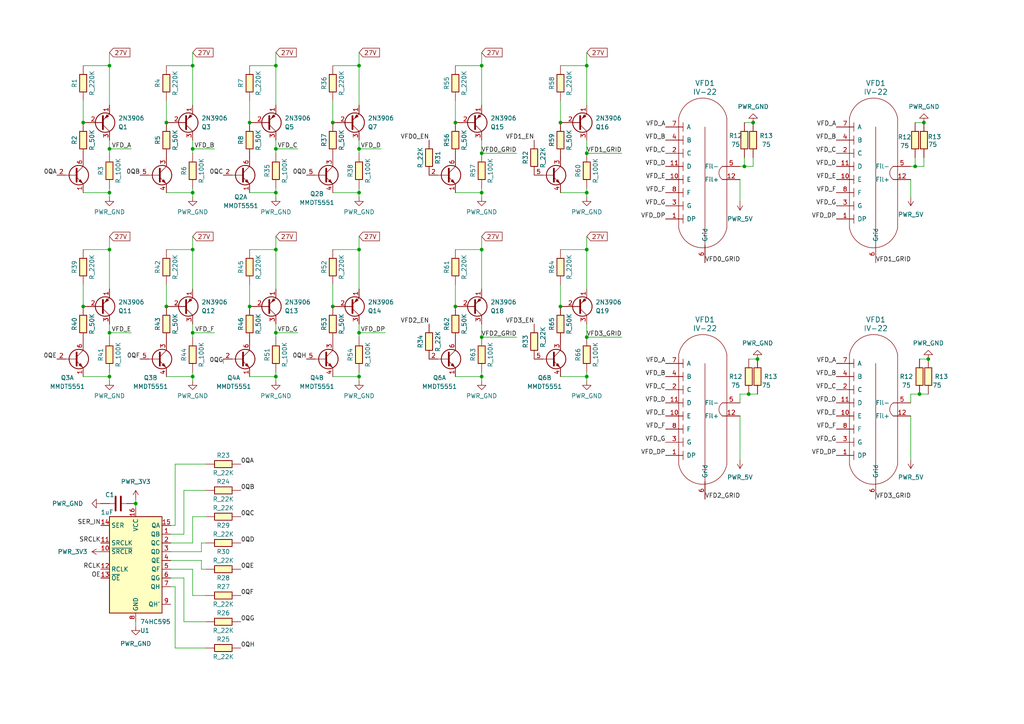
<source format=kicad_sch>
(kicad_sch (version 20230121) (generator eeschema)
  (paper "A4")
  (junction (at 219.71 104.14))
  (junction (at 104.14 96.52))
  (junction (at 170.18 44.45))
  (junction (at 265.43 48.26))
  (junction (at 139.7 19.05))
  (junction (at 80.01 43.18))
  (junction (at 31.75 55.88))
  (junction (at 170.18 109.22))
  (junction (at 55.88 109.22))
  (junction (at 104.14 43.18))
  (junction (at 139.7 44.45))
  (junction (at 170.18 97.79))
  (junction (at 31.75 43.18))
  (junction (at 72.39 88.9))
  (junction (at 80.01 55.88))
  (junction (at 132.08 88.9))
  (junction (at 80.01 19.05))
  (junction (at 55.88 19.05))
  (junction (at 55.88 72.39))
  (junction (at 80.01 96.52))
  (junction (at 80.01 72.39))
  (junction (at 162.56 88.9))
  (junction (at 217.17 114.3))
  (junction (at 215.9 48.26))
  (junction (at 139.7 72.39))
  (junction (at 96.52 88.9))
  (junction (at 139.7 97.79))
  (junction (at 55.88 43.18))
  (junction (at 48.26 88.9))
  (junction (at 132.08 35.56))
  (junction (at 269.24 104.14))
  (junction (at 55.88 55.88))
  (junction (at 31.75 19.05))
  (junction (at 48.26 35.56))
  (junction (at 162.56 35.56))
  (junction (at 104.14 55.88))
  (junction (at 104.14 109.22))
  (junction (at 55.88 96.52))
  (junction (at 31.75 96.52))
  (junction (at 218.44 35.56))
  (junction (at 24.13 35.56))
  (junction (at 80.01 109.22))
  (junction (at 170.18 72.39))
  (junction (at 104.14 72.39))
  (junction (at 139.7 109.22))
  (junction (at 267.97 35.56))
  (junction (at 31.75 109.22))
  (junction (at 72.39 35.56))
  (junction (at 24.13 88.9))
  (junction (at 31.75 72.39))
  (junction (at 104.14 19.05))
  (junction (at 266.7 114.3))
  (junction (at 170.18 19.05))
  (junction (at 39.37 146.05))
  (junction (at 96.52 35.56))
  (junction (at 139.7 55.88))
  (junction (at 170.18 55.88))
  (wire (pts (xy 55.88 54.61) (xy 55.88 55.88)))
  (wire (pts (xy 31.75 93.98) (xy 31.75 96.52)))
  (wire (pts (xy 80.01 40.64) (xy 80.01 43.18)))
  (wire (pts (xy 96.52 82.55) (xy 96.52 88.9)))
  (wire (pts (xy 267.97 45.72) (xy 267.97 48.26)))
  (wire (pts (xy 48.26 72.39) (xy 55.88 72.39)))
  (wire (pts (xy 55.88 68.58) (xy 55.88 72.39)))
  (wire (pts (xy 31.75 54.61) (xy 31.75 55.88)))
  (wire (pts (xy 265.43 48.26) (xy 264.16 48.26)))
  (wire (pts (xy 215.9 48.26) (xy 218.44 48.26)))
  (wire (pts (xy 55.88 107.95) (xy 55.88 109.22)))
  (wire (pts (xy 53.34 142.24) (xy 53.34 154.94)))
  (wire (pts (xy 31.75 96.52) (xy 31.75 97.79)))
  (wire (pts (xy 80.01 57.15) (xy 80.01 55.88)))
  (wire (pts (xy 104.14 107.95) (xy 104.14 109.22)))
  (wire (pts (xy 139.7 57.15) (xy 139.7 55.88)))
  (wire (pts (xy 80.01 54.61) (xy 80.01 55.88)))
  (wire (pts (xy 72.39 109.22) (xy 80.01 109.22)))
  (wire (pts (xy 170.18 19.05) (xy 170.18 30.48)))
  (wire (pts (xy 72.39 82.55) (xy 72.39 88.9)))
  (wire (pts (xy 96.52 72.39) (xy 104.14 72.39)))
  (wire (pts (xy 55.88 72.39) (xy 55.88 83.82)))
  (wire (pts (xy 31.75 40.64) (xy 31.75 43.18)))
  (wire (pts (xy 24.13 72.39) (xy 31.75 72.39)))
  (wire (pts (xy 53.34 180.34) (xy 59.69 180.34)))
  (wire (pts (xy 215.9 48.26) (xy 214.63 48.26)))
  (wire (pts (xy 139.7 15.24) (xy 139.7 19.05)))
  (wire (pts (xy 58.42 165.1) (xy 58.42 162.56)))
  (wire (pts (xy 96.52 55.88) (xy 104.14 55.88)))
  (wire (pts (xy 59.69 165.1) (xy 58.42 165.1)))
  (wire (pts (xy 64.77 104.14) (xy 64.77 105.41)))
  (wire (pts (xy 72.39 55.88) (xy 80.01 55.88)))
  (wire (pts (xy 58.42 157.48) (xy 58.42 160.02)))
  (wire (pts (xy 218.44 48.26) (xy 218.44 45.72)))
  (wire (pts (xy 170.18 54.61) (xy 170.18 55.88)))
  (wire (pts (xy 31.75 15.24) (xy 31.75 19.05)))
  (wire (pts (xy 72.39 29.21) (xy 72.39 35.56)))
  (wire (pts (xy 264.16 114.3) (xy 266.7 114.3)))
  (wire (pts (xy 49.53 170.18) (xy 50.8 170.18)))
  (wire (pts (xy 72.39 72.39) (xy 80.01 72.39)))
  (wire (pts (xy 264.16 120.65) (xy 264.16 133.35)))
  (wire (pts (xy 53.34 154.94) (xy 49.53 154.94)))
  (wire (pts (xy 55.88 43.18) (xy 55.88 44.45)))
  (wire (pts (xy 132.08 29.21) (xy 132.08 35.56)))
  (wire (pts (xy 162.56 55.88) (xy 170.18 55.88)))
  (wire (pts (xy 86.36 96.52) (xy 80.01 96.52)))
  (wire (pts (xy 104.14 68.58) (xy 104.14 72.39)))
  (wire (pts (xy 39.37 146.05) (xy 39.37 147.32)))
  (wire (pts (xy 80.01 43.18) (xy 80.01 44.45)))
  (wire (pts (xy 264.16 116.84) (xy 264.16 114.3)))
  (wire (pts (xy 31.75 107.95) (xy 31.75 109.22)))
  (wire (pts (xy 55.88 157.48) (xy 49.53 157.48)))
  (wire (pts (xy 265.43 35.56) (xy 267.97 35.56)))
  (wire (pts (xy 217.17 114.3) (xy 219.71 114.3)))
  (wire (pts (xy 139.7 97.79) (xy 149.86 97.79)))
  (wire (pts (xy 96.52 29.21) (xy 96.52 35.56)))
  (wire (pts (xy 49.53 167.64) (xy 53.34 167.64)))
  (wire (pts (xy 111.76 96.52) (xy 104.14 96.52)))
  (wire (pts (xy 266.7 114.3) (xy 269.24 114.3)))
  (wire (pts (xy 80.01 110.49) (xy 80.01 109.22)))
  (wire (pts (xy 96.52 19.05) (xy 104.14 19.05)))
  (wire (pts (xy 50.8 134.62) (xy 50.8 152.4)))
  (wire (pts (xy 139.7 110.49) (xy 139.7 109.22)))
  (wire (pts (xy 39.37 144.78) (xy 39.37 146.05)))
  (wire (pts (xy 48.26 82.55) (xy 48.26 88.9)))
  (wire (pts (xy 50.8 187.96) (xy 59.69 187.96)))
  (wire (pts (xy 265.43 45.72) (xy 265.43 48.26)))
  (wire (pts (xy 264.16 52.07) (xy 264.16 57.15)))
  (wire (pts (xy 139.7 93.98) (xy 139.7 97.79)))
  (wire (pts (xy 24.13 19.05) (xy 31.75 19.05)))
  (wire (pts (xy 80.01 72.39) (xy 80.01 83.82)))
  (wire (pts (xy 104.14 43.18) (xy 104.14 44.45)))
  (wire (pts (xy 39.37 180.34) (xy 39.37 181.61)))
  (wire (pts (xy 31.75 19.05) (xy 31.75 30.48)))
  (wire (pts (xy 31.75 57.15) (xy 31.75 55.88)))
  (wire (pts (xy 170.18 110.49) (xy 170.18 109.22)))
  (wire (pts (xy 80.01 107.95) (xy 80.01 109.22)))
  (wire (pts (xy 55.88 149.86) (xy 59.69 149.86)))
  (wire (pts (xy 80.01 96.52) (xy 80.01 97.79)))
  (wire (pts (xy 162.56 19.05) (xy 170.18 19.05)))
  (wire (pts (xy 58.42 157.48) (xy 59.69 157.48)))
  (wire (pts (xy 139.7 72.39) (xy 139.7 83.82)))
  (wire (pts (xy 59.69 134.62) (xy 50.8 134.62)))
  (wire (pts (xy 24.13 29.21) (xy 24.13 35.56)))
  (wire (pts (xy 104.14 93.98) (xy 104.14 96.52)))
  (wire (pts (xy 104.14 72.39) (xy 104.14 83.82)))
  (wire (pts (xy 104.14 19.05) (xy 104.14 30.48)))
  (wire (pts (xy 170.18 93.98) (xy 170.18 97.79)))
  (wire (pts (xy 139.7 19.05) (xy 139.7 30.48)))
  (wire (pts (xy 132.08 109.22) (xy 139.7 109.22)))
  (wire (pts (xy 104.14 15.24) (xy 104.14 19.05)))
  (wire (pts (xy 170.18 68.58) (xy 170.18 72.39)))
  (wire (pts (xy 55.88 96.52) (xy 55.88 97.79)))
  (wire (pts (xy 55.88 40.64) (xy 55.88 43.18)))
  (wire (pts (xy 31.75 110.49) (xy 31.75 109.22)))
  (wire (pts (xy 80.01 19.05) (xy 80.01 30.48)))
  (wire (pts (xy 170.18 40.64) (xy 170.18 44.45)))
  (wire (pts (xy 139.7 54.61) (xy 139.7 55.88)))
  (wire (pts (xy 62.23 96.52) (xy 55.88 96.52)))
  (wire (pts (xy 48.26 109.22) (xy 55.88 109.22)))
  (wire (pts (xy 104.14 54.61) (xy 104.14 55.88)))
  (wire (pts (xy 80.01 15.24) (xy 80.01 19.05)))
  (wire (pts (xy 110.49 43.18) (xy 104.14 43.18)))
  (wire (pts (xy 132.08 55.88) (xy 139.7 55.88)))
  (wire (pts (xy 214.63 52.07) (xy 214.63 58.42)))
  (wire (pts (xy 162.56 109.22) (xy 170.18 109.22)))
  (wire (pts (xy 217.17 104.14) (xy 219.71 104.14)))
  (wire (pts (xy 55.88 172.72) (xy 59.69 172.72)))
  (wire (pts (xy 96.52 109.22) (xy 104.14 109.22)))
  (wire (pts (xy 49.53 165.1) (xy 55.88 165.1)))
  (wire (pts (xy 170.18 72.39) (xy 170.18 83.82)))
  (wire (pts (xy 162.56 82.55) (xy 162.56 88.9)))
  (wire (pts (xy 215.9 35.56) (xy 218.44 35.56)))
  (wire (pts (xy 24.13 55.88) (xy 31.75 55.88)))
  (wire (pts (xy 104.14 57.15) (xy 104.14 55.88)))
  (wire (pts (xy 58.42 162.56) (xy 49.53 162.56)))
  (wire (pts (xy 48.26 29.21) (xy 48.26 35.56)))
  (wire (pts (xy 55.88 57.15) (xy 55.88 55.88)))
  (wire (pts (xy 55.88 110.49) (xy 55.88 109.22)))
  (wire (pts (xy 38.1 96.52) (xy 31.75 96.52)))
  (wire (pts (xy 55.88 19.05) (xy 55.88 30.48)))
  (wire (pts (xy 139.7 68.58) (xy 139.7 72.39)))
  (wire (pts (xy 31.75 68.58) (xy 31.75 72.39)))
  (wire (pts (xy 265.43 48.26) (xy 267.97 48.26)))
  (wire (pts (xy 162.56 72.39) (xy 170.18 72.39)))
  (wire (pts (xy 170.18 15.24) (xy 170.18 19.05)))
  (wire (pts (xy 214.63 120.65) (xy 214.63 133.35)))
  (wire (pts (xy 55.88 157.48) (xy 55.88 149.86)))
  (wire (pts (xy 72.39 19.05) (xy 80.01 19.05)))
  (wire (pts (xy 214.63 116.84) (xy 214.63 114.3)))
  (wire (pts (xy 170.18 44.45) (xy 180.34 44.45)))
  (wire (pts (xy 55.88 93.98) (xy 55.88 96.52)))
  (wire (pts (xy 170.18 57.15) (xy 170.18 55.88)))
  (wire (pts (xy 215.9 45.72) (xy 215.9 48.26)))
  (wire (pts (xy 170.18 107.95) (xy 170.18 109.22)))
  (wire (pts (xy 162.56 29.21) (xy 162.56 35.56)))
  (wire (pts (xy 48.26 19.05) (xy 55.88 19.05)))
  (wire (pts (xy 59.69 142.24) (xy 53.34 142.24)))
  (wire (pts (xy 55.88 165.1) (xy 55.88 172.72)))
  (wire (pts (xy 50.8 152.4) (xy 49.53 152.4)))
  (wire (pts (xy 24.13 82.55) (xy 24.13 88.9)))
  (wire (pts (xy 132.08 82.55) (xy 132.08 88.9)))
  (wire (pts (xy 53.34 167.64) (xy 53.34 180.34)))
  (wire (pts (xy 80.01 68.58) (xy 80.01 72.39)))
  (wire (pts (xy 86.36 43.18) (xy 80.01 43.18)))
  (wire (pts (xy 132.08 72.39) (xy 139.7 72.39)))
  (wire (pts (xy 266.7 104.14) (xy 269.24 104.14)))
  (wire (pts (xy 104.14 96.52) (xy 104.14 97.79)))
  (wire (pts (xy 31.75 72.39) (xy 31.75 83.82)))
  (wire (pts (xy 38.1 43.18) (xy 31.75 43.18)))
  (wire (pts (xy 139.7 40.64) (xy 139.7 44.45)))
  (wire (pts (xy 31.75 43.18) (xy 31.75 44.45)))
  (wire (pts (xy 80.01 93.98) (xy 80.01 96.52)))
  (wire (pts (xy 104.14 40.64) (xy 104.14 43.18)))
  (wire (pts (xy 104.14 110.49) (xy 104.14 109.22)))
  (wire (pts (xy 62.23 43.18) (xy 55.88 43.18)))
  (wire (pts (xy 55.88 15.24) (xy 55.88 19.05)))
  (wire (pts (xy 139.7 44.45) (xy 149.86 44.45)))
  (wire (pts (xy 214.63 114.3) (xy 217.17 114.3)))
  (wire (pts (xy 170.18 97.79) (xy 180.34 97.79)))
  (wire (pts (xy 24.13 109.22) (xy 31.75 109.22)))
  (wire (pts (xy 50.8 170.18) (xy 50.8 187.96)))
  (wire (pts (xy 132.08 19.05) (xy 139.7 19.05)))
  (wire (pts (xy 139.7 107.95) (xy 139.7 109.22)))
  (wire (pts (xy 48.26 55.88) (xy 55.88 55.88)))
  (wire (pts (xy 58.42 160.02) (xy 49.53 160.02)))
  (label "VFD_C" (at 193.04 113.03 180))
  (label "VFD_D" (at 193.04 116.84 180))
  (label "RCLK" (at 29.21 165.1 180))
  (label "SER_IN" (at 29.21 152.4 180))
  (label "VFD_D" (at 242.57 48.26 180))
  (label "VFD_G" (at 242.57 59.69 180))
  (label "VFD3_EN" (at 154.94 93.98 180))
  (label "VFD_DP" (at 242.57 132.08 180))
  (label "VFD_B" (at 193.04 40.64 180))
  (label "VFD1_GRID" (at 180.34 44.45 180))
  (label "VFD_DP" (at 242.57 63.5 180))
  (label "0QB" (at 69.85 142.24 0))
  (label "VFD0_GRID" (at 204.47 76.2 0))
  (label "VFD_A" (at 193.04 105.41 180))
  (label "VFD_A" (at 193.04 36.83 180))
  (label "VFD_D" (at 110.49 43.18 180))
  (label "VFD_A" (at 242.57 36.83 180))
  (label "VFD_F" (at 193.04 124.46 180))
  (label "VFD_G" (at 193.04 59.69 180))
  (label "0QA" (at 69.85 134.62 0))
  (label "VFD_E" (at 242.57 52.07 180))
  (label "VFD_E" (at 193.04 120.65 180))
  (label "VFD_A" (at 38.1 43.18 180))
  (label "VFD_E" (at 242.57 120.65 180))
  (label "0QE" (at 69.85 165.1 0))
  (label "VFD2_EN" (at 124.46 93.98 180))
  (label "VFD_E" (at 193.04 52.07 180))
  (label "OE" (at 29.21 167.64 180))
  (label "VFD0_GRID" (at 149.86 44.45 180))
  (label "VFD1_GRID" (at 254 76.2 0))
  (label "VFD_C" (at 242.57 44.45 180))
  (label "VFD0_EN" (at 124.46 40.64 180))
  (label "0QH" (at 88.9 104.14 180))
  (label "VFD2_GRID" (at 204.47 144.78 0))
  (label "0QD" (at 88.9 50.8 180))
  (label "VFD_F" (at 62.23 96.52 180))
  (label "VFD_F" (at 242.57 124.46 180))
  (label "VFD1_EN" (at 154.94 40.64 180))
  (label "VFD_B" (at 242.57 40.64 180))
  (label "0QA" (at 16.51 50.8 180))
  (label "VFD_C" (at 242.57 113.03 180))
  (label "0QB" (at 40.64 50.8 180))
  (label "VFD_DP" (at 193.04 132.08 180))
  (label "VFD_C" (at 193.04 44.45 180))
  (label "VFD_D" (at 193.04 48.26 180))
  (label "0QG" (at 69.85 180.34 0))
  (label "VFD_G" (at 242.57 128.27 180))
  (label "VFD_D" (at 242.57 116.84 180))
  (label "VFD_B" (at 242.57 109.22 180))
  (label "0QC" (at 64.77 50.8 180))
  (label "VFD_G" (at 86.36 96.52 180))
  (label "VFD_A" (at 242.57 105.41 180))
  (label "VFD_F" (at 242.57 55.88 180))
  (label "VFD3_GRID" (at 254 144.78 0))
  (label "0QD" (at 69.85 157.48 0))
  (label "VFD_G" (at 193.04 128.27 180))
  (label "VFD_F" (at 193.04 55.88 180))
  (label "VFD_B" (at 62.23 43.18 180))
  (label "0QE" (at 16.51 104.14 180))
  (label "0QF" (at 69.85 172.72 0))
  (label "0QC" (at 69.85 149.86 0))
  (label "VFD_DP" (at 193.04 63.5 180))
  (label "VFD_B" (at 193.04 109.22 180))
  (label "0QG" (at 64.77 105.41 180))
  (label "SRCLK" (at 29.21 157.48 180))
  (label "VFD_DP" (at 111.76 96.52 180))
  (label "0QF" (at 40.64 104.14 180))
  (label "VFD2_GRID" (at 149.86 97.79 180))
  (label "VFD_C" (at 86.36 43.18 180))
  (label "0QH" (at 69.85 187.96 0))
  (label "VFD3_GRID" (at 180.34 97.79 180))
  (label "VFD_E" (at 38.1 96.52 180))
  (global_label "27V" (shape input) (at 31.75 15.24 0) (property "Intersheetrefs" "${INTERSHEET_REFS}" (effects hide)))
  (global_label "27V" (shape input) (at 139.7 15.24 0) (property "Intersheetrefs" "${INTERSHEET_REFS}" (effects hide)))
  (global_label "27V" (shape input) (at 80.01 15.24 0) (property "Intersheetrefs" "${INTERSHEET_REFS}" (effects hide)))
  (global_label "27V" (shape input) (at 55.88 68.58 0) (property "Intersheetrefs" "${INTERSHEET_REFS}" (effects hide)))
  (global_label "27V" (shape input) (at 139.7 68.58 0) (property "Intersheetrefs" "${INTERSHEET_REFS}" (effects hide)))
  (global_label "27V" (shape input) (at 104.14 15.24 0) (property "Intersheetrefs" "${INTERSHEET_REFS}" (effects hide)))
  (global_label "27V" (shape input) (at 170.18 68.58 0) (property "Intersheetrefs" "${INTERSHEET_REFS}" (effects hide)))
  (global_label "27V" (shape input) (at 104.14 68.58 0) (property "Intersheetrefs" "${INTERSHEET_REFS}" (effects hide)))
  (global_label "27V" (shape input) (at 80.01 68.58 0) (property "Intersheetrefs" "${INTERSHEET_REFS}" (effects hide)))
  (global_label "27V" (shape input) (at 170.18 15.24 0) (property "Intersheetrefs" "${INTERSHEET_REFS}" (effects hide)))
  (global_label "27V" (shape input) (at 55.88 15.24 0) (property "Intersheetrefs" "${INTERSHEET_REFS}" (effects hide)))
  (global_label "27V" (shape input) (at 31.75 68.58 0) (property "Intersheetrefs" "${INTERSHEET_REFS}" (effects hide)))
  (symbol (lib_id "Fab:R_1206") (at 266.7 109.22 0) (mirror y) (unit 1)
    (property "Reference" "R12" (at 262.89 109.22 0))
    (property "Value" "75" (at 262.89 111.76 0))
    (property "Footprint" "Fab:R_1206" (effects hide))
    (instances (project "vfd_clock" (path "" (reference "R12") (unit 1)) (path "" (reference "R21") (unit 1))) (project "vfd_pcb" (path "" (reference "R18") (unit 1))))
  )
  (symbol (lib_id "Fab:R_1206") (at 48.26 77.47 0) (mirror y) (unit 1)
    (property "Reference" "R42" (at 45.72 77.47 90))
    (property "Value" "R_220K" (at 50.8 77.47 90))
    (property "Footprint" "Fab:R_1206" (effects hide))
    (instances (project "vfd_clock" (path "" (reference "R42") (unit 1))) (project "vfd_board" (path "" (reference "R10") (unit 1))))
  )
  (symbol (lib_id "Fab:PWR_5V") (at 264.16 133.35 0) (mirror x) (unit 1)
    (property "Reference" "#PWR012" (effects hide))
    (property "Value" "PWR_5V" (at 264.16 138.43 0))
    (instances (project "vfd_clock" (path "" (reference "#PWR012") (unit 1)) (path "" (reference "#PWR016") (unit 1))) (project "vfd_pcb" (path "" (reference "#PWR011") (unit 1))))
  )
  (symbol (lib_id "Fab:R_1206") (at 64.77 172.72 270) (mirror x) (unit 1)
    (property "Reference" "R27" (at 64.77 170.18 90))
    (property "Value" "R_22K" (at 64.77 175.26 90))
    (property "Footprint" "Fab:R_1206" (effects hide))
    (instances (project "vfd_clock" (path "" (reference "R27") (unit 1))) (project "vfd_board" (path "" (reference "R10") (unit 1))))
  )
  (symbol (lib_id "Transistor_BJT:2N3906") (at 77.47 35.56 0) (mirror x) (unit 1)
    (property "Reference" "Q5" (at 82.55 36.83 0) (effects (justify left)))
    (property "Value" "2N3906" (at 82.55 34.29 0) (effects (justify left)))
    (property "Footprint" "Package_TO_SOT_THT:TO-92_Inline" (effects hide))
    (property "Datasheet" "https://www.onsemi.com/pub/Collateral/2N3906-D.PDF" (effects hide))
  )
  (symbol (lib_id "Fab:PWR_GND") (at 104.14 110.49 0) (unit 1)
    (property "Reference" "#PWR08" (effects hide))
    (property "Value" "PWR_GND" (at 108.6604 114.8253 0) (effects (justify right)))
    (instances (project "vfd_clock" (path "" (reference "#PWR08") (unit 1)) (path "" (reference "#PWR024") (unit 1))) (project "vfd_pcb" (path "" (reference "#PWR02") (unit 1))))
  )
  (symbol (lib_id "Transistor_BJT:2N3906") (at 101.6 35.56 0) (mirror x) (unit 1)
    (property "Reference" "Q7" (at 106.68 36.83 0) (effects (justify left)))
    (property "Value" "2N3906" (at 106.68 34.29 0) (effects (justify left)))
    (property "Footprint" "Package_TO_SOT_THT:TO-92_Inline" (effects hide))
    (property "Datasheet" "https://www.onsemi.com/pub/Collateral/2N3906-D.PDF" (effects hide))
  )
  (symbol (lib_id "Fab:R_1206") (at 55.88 102.87 0) (mirror y) (unit 1)
    (property "Reference" "R44" (at 53.34 102.87 90))
    (property "Value" "R_100K" (at 58.42 102.87 90))
    (property "Footprint" "Fab:R_1206" (effects hide))
    (instances (project "vfd_clock" (path "" (reference "R44") (unit 1))) (project "vfd_board" (path "" (reference "R10") (unit 1))))
  )
  (symbol (lib_id "Fab:R_1206") (at 72.39 24.13 0) (mirror y) (unit 1)
    (property "Reference" "R7" (at 69.85 24.13 90))
    (property "Value" "R_220K" (at 74.93 24.13 90))
    (property "Footprint" "Fab:R_1206" (effects hide))
    (instances (project "vfd_clock" (path "" (reference "R7") (unit 1))) (project "vfd_board" (path "" (reference "R10") (unit 1))))
  )
  (symbol (lib_id "Transistor_BJT:MMDT5551") (at 93.98 50.8 0) (unit 2)
    (property "Reference" "Q2" (at 91.9278 56.2294 0))
    (property "Value" "MMDT5551" (at 91.9278 58.7694 0))
    (property "Footprint" "Package_TO_SOT_SMD:SOT-363_SC-70-6" (effects hide))
    (property "Datasheet" "http://www.diodes.com/_files/datasheets/ds30172.pdf" (effects hide))
    (instances (project "vfd_clock" (path "" (reference "Q2") (unit 2)) (path "" (reference "Q4") (unit 2))) (project "vfd_pcb" (path "" (reference "Q4") (unit 2))))
  )
  (symbol (lib_id "Transistor_BJT:2N3906") (at 101.6 88.9 0) (mirror x) (unit 1)
    (property "Reference" "Q14" (at 106.68 90.17 0) (effects (justify left)))
    (property "Value" "2N3906" (at 106.68 87.63 0) (effects (justify left)))
    (property "Footprint" "Package_TO_SOT_THT:TO-92_Inline" (effects hide))
    (property "Datasheet" "https://www.onsemi.com/pub/Collateral/2N3906-D.PDF" (effects hide))
  )
  (symbol (lib_id "Fab:R_1206") (at 132.08 77.47 0) (mirror y) (unit 1)
    (property "Reference" "R61" (at 129.54 77.47 90))
    (property "Value" "R_220K" (at 134.62 77.47 90))
    (property "Footprint" "Fab:R_1206" (effects hide))
    (instances (project "vfd_clock" (path "" (reference "R61") (unit 1))) (project "vfd_board" (path "" (reference "R10") (unit 1))))
  )
  (symbol (lib_id "Fab:PWR_GND") (at 219.71 104.14 0) (mirror x) (unit 1)
    (property "Reference" "#PWR013" (effects hide))
    (property "Value" "PWR_GND" (at 224.2486 99.5173 0) (effects (justify right)))
    (instances (project "vfd_clock" (path "" (reference "#PWR013") (unit 1)) (path "" (reference "#PWR09") (unit 1))) (project "vfd_pcb" (path "" (reference "#PWR012") (unit 1))))
  )
  (symbol (lib_id "Fab:R_1206") (at 265.43 40.64 0) (mirror y) (unit 1)
    (property "Reference" "R12" (at 262.369 39.7456 0))
    (property "Value" "75" (at 262.369 42.2856 0))
    (property "Footprint" "Fab:R_1206" (effects hide))
    (instances (project "vfd_clock" (path "" (reference "R12") (unit 1)) (path "" (reference "R18") (unit 1))) (project "vfd_pcb" (path "" (reference "R18") (unit 1))))
  )
  (symbol (lib_id "Transistor_BJT:MMDT5551") (at 69.85 50.8 0) (unit 1)
    (property "Reference" "Q2" (at 69.85 57.15 0))
    (property "Value" "MMDT5551" (at 69.85 59.69 0))
    (property "Footprint" "Package_TO_SOT_SMD:SOT-363_SC-70-6" (effects hide))
    (property "Datasheet" "http://www.diodes.com/_files/datasheets/ds30172.pdf" (effects hide))
    (instances (project "vfd_clock" (path "" (reference "Q2") (unit 1)) (path "" (reference "Q4") (unit 1))) (project "vfd_pcb" (path "" (reference "Q4") (unit 1))))
  )
  (symbol (lib_id "Fab:R_1206") (at 269.24 109.22 0) (mirror y) (unit 1)
    (property "Reference" "R13" (at 273.05 109.22 0))
    (property "Value" "75" (at 271.78 111.76 0))
    (property "Footprint" "Fab:R_1206" (effects hide))
    (instances (project "vfd_clock" (path "" (reference "R13") (unit 1)) (path "" (reference "R22") (unit 1))) (project "vfd_pcb" (path "" (reference "R17") (unit 1))))
  )
  (symbol (lib_id "Fab:R_1206") (at 24.13 40.64 0) (mirror y) (unit 1)
    (property "Reference" "R2" (at 21.59 40.64 90))
    (property "Value" "R_50K" (at 26.67 40.64 90))
    (property "Footprint" "Fab:R_1206" (effects hide))
    (instances (project "vfd_clock" (path "" (reference "R2") (unit 1))) (project "vfd_board" (path "" (reference "R10") (unit 1))))
  )
  (symbol (lib_id "Fab:R_1206") (at 104.14 49.53 0) (mirror y) (unit 1)
    (property "Reference" "R38" (at 101.6 49.53 90))
    (property "Value" "R_100K" (at 106.68 49.53 90))
    (property "Footprint" "Fab:R_1206" (effects hide))
    (instances (project "vfd_clock" (path "" (reference "R38") (unit 1))) (project "vfd_board" (path "" (reference "R10") (unit 1))))
  )
  (symbol (lib_id "Fab:R_1206") (at 24.13 77.47 0) (mirror y) (unit 1)
    (property "Reference" "R39" (at 21.59 77.47 90))
    (property "Value" "R_220K" (at 26.67 77.47 90))
    (property "Footprint" "Fab:R_1206" (effects hide))
    (instances (project "vfd_clock" (path "" (reference "R39") (unit 1))) (project "vfd_board" (path "" (reference "R10") (unit 1))))
  )
  (symbol (lib_id "Fab:R_1206") (at 72.39 93.98 0) (mirror y) (unit 1)
    (property "Reference" "R46" (at 69.85 93.98 90))
    (property "Value" "R_50K" (at 74.93 93.98 90))
    (property "Footprint" "Fab:R_1206" (effects hide))
    (instances (project "vfd_clock" (path "" (reference "R46") (unit 1))) (project "vfd_board" (path "" (reference "R10") (unit 1))))
  )
  (symbol (lib_id "Fab:PWR_5V") (at 214.63 58.42 0) (mirror x) (unit 1)
    (property "Reference" "#PWR012" (effects hide))
    (property "Value" "PWR_5V" (at 214.63 63.5 0))
    (instances (project "vfd_clock" (path "" (reference "#PWR012") (unit 1)) (path "" (reference "#PWR04") (unit 1))) (project "vfd_pcb" (path "" (reference "#PWR011") (unit 1))))
  )
  (symbol (lib_id "VFDs:IV-22") (at 204.47 53.34 0) (unit 1)
    (property "Reference" "VFD1" (at 204.47 24.13 0) (effects (font (size 1.524 1.524))))
    (property "Value" "IV-22" (at 204.47 26.67 0) (effects (font (size 1.524 1.524))))
    (property "Footprint" "VFD:IV-22" (effects hide))
  )
  (symbol (lib_id "Fab:R_1206") (at 48.26 24.13 0) (mirror y) (unit 1)
    (property "Reference" "R4" (at 45.72 24.13 90))
    (property "Value" "R_220K" (at 50.8 24.13 90))
    (property "Footprint" "Fab:R_1206" (effects hide))
    (instances (project "vfd_clock" (path "" (reference "R4") (unit 1))) (project "vfd_board" (path "" (reference "R10") (unit 1))))
  )
  (symbol (lib_id "Fab:PWR_3V3") (at 39.37 144.78 0) (mirror y) (unit 1)
    (property "Reference" "#PWR06" (effects hide))
    (property "Value" "PWR_3V3" (at 39.37 139.7 0))
    (instances (project "vfd_clock" (path "" (reference "#PWR06") (unit 1)) (path "" (reference "#PWR014") (unit 1))) (project "vfd_pcb" (path "" (reference "#PWR01") (unit 1))))
  )
  (symbol (lib_id "Fab:R_1206") (at 96.52 93.98 0) (mirror y) (unit 1)
    (property "Reference" "R53" (at 93.98 93.98 90))
    (property "Value" "R_50K" (at 99.06 93.98 90))
    (property "Footprint" "Fab:R_1206" (effects hide))
    (instances (project "vfd_clock" (path "" (reference "R53") (unit 1))) (project "vfd_board" (path "" (reference "R10") (unit 1))))
  )
  (symbol (lib_id "Fab:PWR_3V3") (at 29.21 160.02 90) (mirror x) (unit 1)
    (property "Reference" "#PWR05" (effects hide))
    (property "Value" "PWR_3V3" (at 25.4 160.02 90) (effects (justify left)))
    (instances (project "vfd_clock" (path "" (reference "#PWR05") (unit 1)) (path "" (reference "#PWR021") (unit 1))) (project "vfd_pcb" (path "" (reference "#PWR06") (unit 1))))
  )
  (symbol (lib_id "Transistor_BJT:MMDT5551") (at 21.59 104.14 0) (unit 1)
    (property "Reference" "Q3" (at 19.5378 109.5694 0))
    (property "Value" "MMDT5551" (at 19.5378 112.1094 0))
    (property "Footprint" "Package_TO_SOT_SMD:SOT-363_SC-70-6" (effects hide))
    (property "Datasheet" "http://www.diodes.com/_files/datasheets/ds30172.pdf" (effects hide))
    (instances (project "vfd_clock" (path "" (reference "Q3") (unit 1)) (path "" (reference "Q6") (unit 1))) (project "vfd_pcb" (path "" (reference "Q7") (unit 1))))
  )
  (symbol (lib_id "Fab:R_1206") (at 154.94 45.72 0) (mirror y) (unit 1)
    (property "Reference" "R32" (at 152.4 45.72 90))
    (property "Value" "R_22K" (at 157.48 45.72 90))
    (property "Footprint" "Fab:R_1206" (effects hide))
    (instances (project "vfd_clock" (path "" (reference "R32") (unit 1))) (project "vfd_board" (path "" (reference "R10") (unit 1))))
  )
  (symbol (lib_id "Fab:PWR_GND") (at 29.21 146.05 270) (mirror x) (unit 1)
    (property "Reference" "#PWR04" (effects hide))
    (property "Value" "PWR_GND" (at 24.13 146.05 90) (effects (justify right)))
    (instances (project "vfd_clock" (path "" (reference "#PWR04") (unit 1)) (path "" (reference "#PWR015") (unit 1))) (project "vfd_pcb" (path "" (reference "#PWR013") (unit 1))))
  )
  (symbol (lib_id "Fab:R_1206") (at 64.77 165.1 90) (mirror x) (unit 1)
    (property "Reference" "R28" (at 64.77 167.64 90))
    (property "Value" "R_22K" (at 64.77 162.56 90))
    (property "Footprint" "Fab:R_1206" (effects hide))
    (instances (project "vfd_clock" (path "" (reference "R28") (unit 1))) (project "vfd_board" (path "" (reference "R10") (unit 1))))
  )
  (symbol (lib_id "Fab:R_1206") (at 96.52 24.13 0) (mirror y) (unit 1)
    (property "Reference" "R36" (at 93.98 24.13 90))
    (property "Value" "R_220K" (at 99.06 24.13 90))
    (property "Footprint" "Fab:R_1206" (effects hide))
    (instances (project "vfd_clock" (path "" (reference "R36") (unit 1))) (project "vfd_board" (path "" (reference "R10") (unit 1))))
  )
  (symbol (lib_id "Transistor_BJT:MMDT5551") (at 45.72 50.8 0) (unit 2)
    (property "Reference" "Q1" (effects hide))
    (property "Value" "MMDT5551" (effects hide))
    (property "Footprint" "Package_TO_SOT_SMD:SOT-363_SC-70-6" (effects hide))
    (property "Datasheet" "http://www.diodes.com/_files/datasheets/ds30172.pdf" (effects hide))
    (instances (project "vfd_clock" (path "" (reference "Q1") (unit 2)) (path "" (reference "Q2") (unit 2))) (project "vfd_pcb" (path "" (reference "Q3") (unit 2))))
  )
  (symbol (lib_id "Fab:R_1206") (at 170.18 102.87 0) (mirror y) (unit 1)
    (property "Reference" "R66" (at 167.64 102.87 90))
    (property "Value" "R_100K" (at 172.72 102.87 90))
    (property "Footprint" "Fab:R_1206" (effects hide))
    (instances (project "vfd_clock" (path "" (reference "R66") (unit 1))) (project "vfd_board" (path "" (reference "R10") (unit 1))))
  )
  (symbol (lib_id "Fab:R_1206") (at 48.26 93.98 0) (mirror y) (unit 1)
    (property "Reference" "R43" (at 45.72 93.98 90))
    (property "Value" "R_50K" (at 50.8 93.98 90))
    (property "Footprint" "Fab:R_1206" (effects hide))
    (instances (project "vfd_clock" (path "" (reference "R43") (unit 1))) (project "vfd_board" (path "" (reference "R10") (unit 1))))
  )
  (symbol (lib_id "Fab:R_1206") (at 64.77 187.96 270) (mirror x) (unit 1)
    (property "Reference" "R25" (at 64.77 185.42 90))
    (property "Value" "R_22K" (at 64.77 190.5 90))
    (property "Footprint" "Fab:R_1206" (effects hide))
    (instances (project "vfd_clock" (path "" (reference "R25") (unit 1))) (project "vfd_board" (path "" (reference "R10") (unit 1))))
  )
  (symbol (lib_id "Fab:R_1206") (at 267.97 40.64 0) (mirror y) (unit 1)
    (property "Reference" "R13" (at 271.0398 39.6927 0))
    (property "Value" "75" (at 270.51 41.91 0))
    (property "Footprint" "Fab:R_1206" (effects hide))
    (instances (project "vfd_clock" (path "" (reference "R13") (unit 1)) (path "" (reference "R19") (unit 1))) (project "vfd_pcb" (path "" (reference "R17") (unit 1))))
  )
  (symbol (lib_id "Fab:PWR_GND") (at 269.24 104.14 0) (mirror x) (unit 1)
    (property "Reference" "#PWR013" (effects hide))
    (property "Value" "PWR_GND" (at 273.7786 99.5173 0) (effects (justify right)))
    (instances (project "vfd_clock" (path "" (reference "#PWR013") (unit 1)) (path "" (reference "#PWR017") (unit 1))) (project "vfd_pcb" (path "" (reference "#PWR012") (unit 1))))
  )
  (symbol (lib_id "Fab:R_1206") (at 132.08 24.13 0) (mirror y) (unit 1)
    (property "Reference" "R55" (at 129.54 24.13 90))
    (property "Value" "R_220K" (at 134.62 24.13 90))
    (property "Footprint" "Fab:R_1206" (effects hide))
    (instances (project "vfd_clock" (path "" (reference "R55") (unit 1))) (project "vfd_board" (path "" (reference "R10") (unit 1))))
  )
  (symbol (lib_id "Fab:R_1206") (at 162.56 40.64 0) (mirror y) (unit 1)
    (property "Reference" "R59" (at 160.02 40.64 90))
    (property "Value" "R_50K" (at 165.1 40.64 90))
    (property "Footprint" "Fab:R_1206" (effects hide))
    (instances (project "vfd_clock" (path "" (reference "R59") (unit 1))) (project "vfd_board" (path "" (reference "R10") (unit 1))))
  )
  (symbol (lib_id "Fab:PWR_GND") (at 80.01 57.15 0) (unit 1)
    (property "Reference" "#PWR08" (effects hide))
    (property "Value" "PWR_GND" (at 84.5304 61.4853 0) (effects (justify right)))
    (instances (project "vfd_clock" (path "" (reference "#PWR08") (unit 1)) (path "" (reference "#PWR022") (unit 1))) (project "vfd_pcb" (path "" (reference "#PWR02") (unit 1))))
  )
  (symbol (lib_id "Transistor_BJT:MMDT5551") (at 69.85 104.14 0) (unit 1)
    (property "Reference" "Q4" (at 67.7978 109.5694 0))
    (property "Value" "MMDT5551" (at 67.7978 112.1094 0))
    (property "Footprint" "Package_TO_SOT_SMD:SOT-363_SC-70-6" (effects hide))
    (property "Datasheet" "http://www.diodes.com/_files/datasheets/ds30172.pdf" (effects hide))
    (instances (project "vfd_clock" (path "" (reference "Q4") (unit 1)) (path "" (reference "Q8") (unit 1))) (project "vfd_pcb" (path "" (reference "Q8") (unit 1))))
  )
  (symbol (lib_id "Fab:R_1206") (at 64.77 157.48 90) (mirror x) (unit 1)
    (property "Reference" "R30" (at 64.77 160.02 90))
    (property "Value" "R_22K" (at 64.77 154.94 90))
    (property "Footprint" "Fab:R_1206" (effects hide))
    (instances (project "vfd_clock" (path "" (reference "R30") (unit 1))) (project "vfd_board" (path "" (reference "R10") (unit 1))))
  )
  (symbol (lib_id "Fab:PWR_GND") (at 39.37 181.61 0) (mirror y) (unit 1)
    (property "Reference" "#PWR07" (effects hide))
    (property "Value" "PWR_GND" (at 39.37 186.69 0))
    (instances (project "vfd_clock" (path "" (reference "#PWR07") (unit 1)) (path "" (reference "#PWR027") (unit 1))) (project "vfd_pcb" (path "" (reference "#PWR03") (unit 1))))
  )
  (symbol (lib_id "Fab:R_1206") (at 72.39 77.47 0) (mirror y) (unit 1)
    (property "Reference" "R45" (at 69.85 77.47 90))
    (property "Value" "R_220K" (at 74.93 77.47 90))
    (property "Footprint" "Fab:R_1206" (effects hide))
    (instances (project "vfd_clock" (path "" (reference "R45") (unit 1))) (project "vfd_board" (path "" (reference "R10") (unit 1))))
  )
  (symbol (lib_id "Fab:R_1206") (at 139.7 49.53 0) (mirror y) (unit 1)
    (property "Reference" "R57" (at 137.16 49.53 90))
    (property "Value" "R_100K" (at 142.24 49.53 90))
    (property "Footprint" "Fab:R_1206" (effects hide))
    (instances (project "vfd_clock" (path "" (reference "R57") (unit 1))) (project "vfd_board" (path "" (reference "R10") (unit 1))))
  )
  (symbol (lib_id "Fab:R_1206") (at 80.01 102.87 0) (mirror y) (unit 1)
    (property "Reference" "R51" (at 77.47 102.87 90))
    (property "Value" "R_100K" (at 82.55 102.87 90))
    (property "Footprint" "Fab:R_1206" (effects hide))
    (instances (project "vfd_clock" (path "" (reference "R51") (unit 1))) (project "vfd_board" (path "" (reference "R10") (unit 1))))
  )
  (symbol (lib_id "Fab:R_1206") (at 64.77 180.34 270) (mirror x) (unit 1)
    (property "Reference" "R26" (at 64.77 177.8 90))
    (property "Value" "R_22K" (at 64.77 182.88 90))
    (property "Footprint" "Fab:R_1206" (effects hide))
    (instances (project "vfd_clock" (path "" (reference "R26") (unit 1))) (project "vfd_board" (path "" (reference "R10") (unit 1))))
  )
  (symbol (lib_id "Fab:R_1206") (at 162.56 93.98 0) (mirror y) (unit 1)
    (property "Reference" "R65" (at 160.02 93.98 90))
    (property "Value" "R_50K" (at 165.1 93.98 90))
    (property "Footprint" "Fab:R_1206" (effects hide))
    (instances (project "vfd_clock" (path "" (reference "R65") (unit 1))) (project "vfd_board" (path "" (reference "R10") (unit 1))))
  )
  (symbol (lib_id "Fab:R_1206") (at 215.9 40.64 0) (mirror y) (unit 1)
    (property "Reference" "R12" (at 213.36 39.37 0))
    (property "Value" "75" (at 213.36 41.91 0))
    (property "Footprint" "Fab:R_1206" (effects hide))
    (instances (project "vfd_clock" (path "" (reference "R12") (unit 1)) (path "" (reference "R9") (unit 1))) (project "vfd_pcb" (path "" (reference "R18") (unit 1))))
  )
  (symbol (lib_id "Transistor_BJT:MMDT5551") (at 45.72 104.14 0) (unit 2)
    (property "Reference" "Q3" (at 43.6678 109.5694 0))
    (property "Value" "MMDT5551" (at 43.6678 112.1094 0))
    (property "Footprint" "Package_TO_SOT_SMD:SOT-363_SC-70-6" (effects hide))
    (property "Datasheet" "http://www.diodes.com/_files/datasheets/ds30172.pdf" (effects hide))
    (instances (project "vfd_clock" (path "" (reference "Q3") (unit 2)) (path "" (reference "Q6") (unit 2))) (project "vfd_pcb" (path "" (reference "Q7") (unit 2))))
  )
  (symbol (lib_id "Fab:R_1206") (at 64.77 134.62 270) (mirror x) (unit 1)
    (property "Reference" "R23" (at 64.77 132.08 90))
    (property "Value" "R_22K" (at 64.77 137.16 90))
    (property "Footprint" "Fab:R_1206" (effects hide))
    (instances (project "vfd_clock" (path "" (reference "R23") (unit 1))) (project "vfd_board" (path "" (reference "R10") (unit 1))))
  )
  (symbol (lib_id "Fab:PWR_GND") (at 170.18 110.49 0) (unit 1)
    (property "Reference" "#PWR08" (effects hide))
    (property "Value" "PWR_GND" (at 174.7004 114.8253 0) (effects (justify right)))
    (instances (project "vfd_clock" (path "" (reference "#PWR08") (unit 1)) (path "" (reference "#PWR029") (unit 1))) (project "vfd_pcb" (path "" (reference "#PWR02") (unit 1))))
  )
  (symbol (lib_id "Transistor_BJT:MMDT5551") (at 21.59 50.8 0) (unit 1)
    (property "Reference" "Q1" (effects hide))
    (property "Value" "MMDT5551" (effects hide))
    (property "Footprint" "Package_TO_SOT_SMD:SOT-363_SC-70-6" (effects hide))
    (property "Datasheet" "http://www.diodes.com/_files/datasheets/ds30172.pdf" (effects hide))
    (instances (project "vfd_clock" (path "" (reference "Q1") (unit 1)) (path "" (reference "Q2") (unit 1))) (project "vfd_pcb" (path "" (reference "Q3") (unit 1))))
  )
  (symbol (lib_id "Fab:R_1206") (at 55.88 49.53 0) (mirror y) (unit 1)
    (property "Reference" "R6" (at 53.34 49.53 90))
    (property "Value" "R_100K" (at 58.42 49.53 90))
    (property "Footprint" "Fab:R_1206" (effects hide))
    (instances (project "vfd_clock" (path "" (reference "R6") (unit 1))) (project "vfd_board" (path "" (reference "R10") (unit 1))))
  )
  (symbol (lib_id "Fab:R_1206") (at 64.77 142.24 270) (mirror x) (unit 1)
    (property "Reference" "R24" (at 64.77 139.7 90))
    (property "Value" "R_22K" (at 64.77 144.78 90))
    (property "Footprint" "Fab:R_1206" (effects hide))
    (instances (project "vfd_clock" (path "" (reference "R24") (unit 1))) (project "vfd_board" (path "" (reference "R10") (unit 1))))
  )
  (symbol (lib_id "Fab:R_1206") (at 31.75 49.53 0) (mirror y) (unit 1)
    (property "Reference" "R3" (at 29.21 49.53 90))
    (property "Value" "R_100K" (at 34.29 49.53 90))
    (property "Footprint" "Fab:R_1206" (effects hide))
    (instances (project "vfd_clock" (path "" (reference "R3") (unit 1))) (project "vfd_board" (path "" (reference "R10") (unit 1))))
  )
  (symbol (lib_id "Transistor_BJT:2N3906") (at 53.34 88.9 0) (mirror x) (unit 1)
    (property "Reference" "Q12" (at 58.42 90.17 0) (effects (justify left)))
    (property "Value" "2N3906" (at 58.42 87.63 0) (effects (justify left)))
    (property "Footprint" "Package_TO_SOT_THT:TO-92_Inline" (effects hide))
    (property "Datasheet" "https://www.onsemi.com/pub/Collateral/2N3906-D.PDF" (effects hide))
  )
  (symbol (lib_id "Fab:PWR_GND") (at 55.88 110.49 0) (unit 1)
    (property "Reference" "#PWR08" (effects hide))
    (property "Value" "PWR_GND" (at 60.4004 114.8253 0) (effects (justify right)))
    (instances (project "vfd_clock" (path "" (reference "#PWR08") (unit 1)) (path "" (reference "#PWR018") (unit 1))) (project "vfd_pcb" (path "" (reference "#PWR02") (unit 1))))
  )
  (symbol (lib_id "Fab:PWR_GND") (at 80.01 110.49 0) (unit 1)
    (property "Reference" "#PWR08" (effects hide))
    (property "Value" "PWR_GND" (at 84.5304 114.8253 0) (effects (justify right)))
    (instances (project "vfd_clock" (path "" (reference "#PWR08") (unit 1)) (path "" (reference "#PWR019") (unit 1))) (project "vfd_pcb" (path "" (reference "#PWR02") (unit 1))))
  )
  (symbol (lib_id "Fab:R_1206") (at 170.18 49.53 0) (mirror y) (unit 1)
    (property "Reference" "R60" (at 167.64 49.53 90))
    (property "Value" "R_100K" (at 172.72 49.53 90))
    (property "Footprint" "Fab:R_1206" (effects hide))
    (instances (project "vfd_clock" (path "" (reference "R60") (unit 1))) (project "vfd_board" (path "" (reference "R10") (unit 1))))
  )
  (symbol (lib_id "Fab:PWR_5V") (at 264.16 57.15 0) (mirror x) (unit 1)
    (property "Reference" "#PWR012" (effects hide))
    (property "Value" "PWR_5V" (at 264.16 62.23 0))
    (instances (project "vfd_clock" (path "" (reference "#PWR012") (unit 1)) (path "" (reference "#PWR012") (unit 1))) (project "vfd_pcb" (path "" (reference "#PWR011") (unit 1))))
  )
  (symbol (lib_id "Transistor_BJT:MMDT5551") (at 160.02 104.14 0) (unit 2)
    (property "Reference" "Q6" (at 157.9678 109.5694 0))
    (property "Value" "MMDT5551" (at 157.9678 112.1094 0))
    (property "Footprint" "Package_TO_SOT_SMD:SOT-363_SC-70-6" (effects hide))
    (property "Datasheet" "http://www.diodes.com/_files/datasheets/ds30172.pdf" (effects hide))
    (instances (project "vfd_clock" (path "" (reference "Q6") (unit 2)) (path "" (reference "Q10") (unit 2))) (project "vfd_pcb" (path "" (reference "Q4") (unit 2))))
  )
  (symbol (lib_id "Fab:R_1206") (at 31.75 102.87 0) (mirror y) (unit 1)
    (property "Reference" "R41" (at 29.21 102.87 90))
    (property "Value" "R_100K" (at 34.29 102.87 90))
    (property "Footprint" "Fab:R_1206" (effects hide))
    (instances (project "vfd_clock" (path "" (reference "R41") (unit 1))) (project "vfd_board" (path "" (reference "R10") (unit 1))))
  )
  (symbol (lib_id "Fab:PWR_GND") (at 267.97 35.56 0) (mirror x) (unit 1)
    (property "Reference" "#PWR013" (effects hide))
    (property "Value" "PWR_GND" (at 272.5086 30.9373 0) (effects (justify right)))
    (instances (project "vfd_clock" (path "" (reference "#PWR013") (unit 1)) (path "" (reference "#PWR013") (unit 1))) (project "vfd_pcb" (path "" (reference "#PWR012") (unit 1))))
  )
  (symbol (lib_id "Transistor_BJT:MMDT5551") (at 129.54 104.14 0) (unit 1)
    (property "Reference" "Q6" (at 127.4878 109.5694 0))
    (property "Value" "MMDT5551" (at 127.4878 112.1094 0))
    (property "Footprint" "Package_TO_SOT_SMD:SOT-363_SC-70-6" (effects hide))
    (property "Datasheet" "http://www.diodes.com/_files/datasheets/ds30172.pdf" (effects hide))
    (instances (project "vfd_clock" (path "" (reference "Q6") (unit 1)) (path "" (reference "Q10") (unit 1))) (project "vfd_pcb" (path "" (reference "Q4") (unit 1))))
  )
  (symbol (lib_id "Fab:R_1206") (at 132.08 40.64 0) (mirror y) (unit 1)
    (property "Reference" "R56" (at 129.54 40.64 90))
    (property "Value" "R_50K" (at 134.62 40.64 90))
    (property "Footprint" "Fab:R_1206" (effects hide))
    (instances (project "vfd_clock" (path "" (reference "R56") (unit 1))) (project "vfd_board" (path "" (reference "R10") (unit 1))))
  )
  (symbol (lib_id "Fab:C_1206") (at 34.29 146.05 270) (unit 1)
    (property "Reference" "C1" (at 30.48 143.51 90) (effects (justify left)))
    (property "Value" "1uF" (at 29.21 148.59 90) (effects (justify left)))
    (property "Footprint" "Fab:C_1206" (effects hide))
    (property "Datasheet" "https://www.yageo.com/upload/media/product/productsearch/datasheet/mlcc/UPY-GP_NP0_16V-to-50V_18.pdf" (effects hide))
    (instances (project "vfd_clock" (path "" (reference "C1") (unit 1)) (path "" (reference "C6") (unit 1))) (project "vfd_pcb" (path "" (reference "C5") (unit 1))))
  )
  (symbol (lib_id "Transistor_BJT:2N3906") (at 77.47 88.9 0) (mirror x) (unit 1)
    (property "Reference" "Q13" (at 82.55 90.17 0) (effects (justify left)))
    (property "Value" "2N3906" (at 82.55 87.63 0) (effects (justify left)))
    (property "Footprint" "Package_TO_SOT_THT:TO-92_Inline" (effects hide))
    (property "Datasheet" "https://www.onsemi.com/pub/Collateral/2N3906-D.PDF" (effects hide))
  )
  (symbol (lib_id "VFDs:IV-22") (at 254 53.34 0) (unit 1)
    (property "Reference" "VFD1" (at 254 24.13 0) (effects (font (size 1.524 1.524))))
    (property "Value" "IV-22" (at 254 26.67 0) (effects (font (size 1.524 1.524))))
    (property "Footprint" "VFD:IV-22" (effects hide))
    (instances (project "vfd_clock" (path "" (reference "VFD1") (unit 1)) (path "" (reference "VFD3") (unit 1))) (project "vfd_pcb" (path "" (reference "VFD1") (unit 1))))
  )
  (symbol (lib_id "Transistor_BJT:MMDT5551") (at 160.02 50.8 0) (unit 2)
    (property "Reference" "Q5" (effects hide))
    (property "Value" "MMDT5551" (effects hide))
    (property "Footprint" "Package_TO_SOT_SMD:SOT-363_SC-70-6" (effects hide))
    (property "Datasheet" "http://www.diodes.com/_files/datasheets/ds30172.pdf" (effects hide))
    (instances (project "vfd_clock" (path "" (reference "Q5") (unit 2)) (path "" (reference "Q9") (unit 2))) (project "vfd_pcb" (path "" (reference "Q3") (unit 2))))
  )
  (symbol (lib_id "Fab:R_1206") (at 154.94 99.06 0) (mirror y) (unit 1)
    (property "Reference" "R33" (at 152.4 99.06 90))
    (property "Value" "R_22K" (at 157.48 97.79 90))
    (property "Footprint" "Fab:R_1206" (effects hide))
    (instances (project "vfd_clock" (path "" (reference "R33") (unit 1))) (project "vfd_board" (path "" (reference "R10") (unit 1))))
  )
  (symbol (lib_id "Fab:PWR_GND") (at 31.75 110.49 0) (unit 1)
    (property "Reference" "#PWR08" (effects hide))
    (property "Value" "PWR_GND" (at 36.2704 114.8253 0) (effects (justify right)))
    (instances (project "vfd_clock" (path "" (reference "#PWR08") (unit 1)) (path "" (reference "#PWR07") (unit 1))) (project "vfd_pcb" (path "" (reference "#PWR02") (unit 1))))
  )
  (symbol (lib_id "Fab:PWR_5V") (at 214.63 133.35 0) (mirror x) (unit 1)
    (property "Reference" "#PWR012" (effects hide))
    (property "Value" "PWR_5V" (at 214.63 138.43 0))
    (instances (project "vfd_clock" (path "" (reference "#PWR012") (unit 1)) (path "" (reference "#PWR05") (unit 1))) (project "vfd_pcb" (path "" (reference "#PWR011") (unit 1))))
  )
  (symbol (lib_id "Transistor_BJT:2N3906") (at 167.64 35.56 0) (mirror x) (unit 1)
    (property "Reference" "Q16" (at 172.72 36.83 0) (effects (justify left)))
    (property "Value" "2N3906" (at 172.72 34.29 0) (effects (justify left)))
    (property "Footprint" "Package_TO_SOT_THT:TO-92_Inline" (effects hide))
    (property "Datasheet" "https://www.onsemi.com/pub/Collateral/2N3906-D.PDF" (effects hide))
  )
  (symbol (lib_id "Transistor_BJT:2N3906") (at 29.21 35.56 0) (mirror x) (unit 1)
    (property "Reference" "Q1" (at 34.29 36.83 0) (effects (justify left)))
    (property "Value" "2N3906" (at 34.29 34.29 0) (effects (justify left)))
    (property "Footprint" "Package_TO_SOT_THT:TO-92_Inline" (effects hide))
    (property "Datasheet" "https://www.onsemi.com/pub/Collateral/2N3906-D.PDF" (effects hide))
  )
  (symbol (lib_id "Fab:PWR_GND") (at 170.18 57.15 0) (unit 1)
    (property "Reference" "#PWR08" (effects hide))
    (property "Value" "PWR_GND" (at 174.7004 61.4853 0) (effects (justify right)))
    (instances (project "vfd_clock" (path "" (reference "#PWR08") (unit 1)) (path "" (reference "#PWR026") (unit 1))) (project "vfd_pcb" (path "" (reference "#PWR02") (unit 1))))
  )
  (symbol (lib_id "Fab:R_1206") (at 24.13 24.13 0) (mirror y) (unit 1)
    (property "Reference" "R1" (at 21.59 24.13 90))
    (property "Value" "R_220K" (at 26.67 24.13 90))
    (property "Footprint" "Fab:R_1206" (effects hide))
    (instances (project "vfd_clock" (path "" (reference "R1") (unit 1))) (project "vfd_board" (path "" (reference "R10") (unit 1))))
  )
  (symbol (lib_id "Fab:R_1206") (at 64.77 149.86 90) (mirror x) (unit 1)
    (property "Reference" "R29" (at 64.77 152.4 90))
    (property "Value" "R_22K" (at 64.77 147.32 90))
    (property "Footprint" "Fab:R_1206" (effects hide))
    (instances (project "vfd_clock" (path "" (reference "R29") (unit 1))) (project "vfd_board" (path "" (reference "R10") (unit 1))))
  )
  (symbol (lib_id "Fab:R_1206") (at 24.13 93.98 0) (mirror y) (unit 1)
    (property "Reference" "R40" (at 21.59 93.98 90))
    (property "Value" "R_50K" (at 26.67 93.98 90))
    (property "Footprint" "Fab:R_1206" (effects hide))
    (instances (project "vfd_clock" (path "" (reference "R40") (unit 1))) (project "vfd_board" (path "" (reference "R10") (unit 1))))
  )
  (symbol (lib_id "VFDs:IV-22") (at 254 121.92 0) (unit 1)
    (property "Reference" "VFD1" (at 254 92.71 0) (effects (font (size 1.524 1.524))))
    (property "Value" "IV-22" (at 254 95.25 0) (effects (font (size 1.524 1.524))))
    (property "Footprint" "VFD:IV-22" (effects hide))
    (instances (project "vfd_clock" (path "" (reference "VFD1") (unit 1)) (path "" (reference "VFD4") (unit 1))) (project "vfd_pcb" (path "" (reference "VFD1") (unit 1))))
  )
  (symbol (lib_id "Fab:R_1206") (at 132.08 93.98 0) (mirror y) (unit 1)
    (property "Reference" "R62" (at 129.54 93.98 90))
    (property "Value" "R_50K" (at 134.62 93.98 90))
    (property "Footprint" "Fab:R_1206" (effects hide))
    (instances (project "vfd_clock" (path "" (reference "R62") (unit 1))) (project "vfd_board" (path "" (reference "R10") (unit 1))))
  )
  (symbol (lib_id "Fab:R_1206") (at 96.52 77.47 0) (mirror y) (unit 1)
    (property "Reference" "R52" (at 93.98 77.47 90))
    (property "Value" "R_220K" (at 99.06 77.47 90))
    (property "Footprint" "Fab:R_1206" (effects hide))
    (instances (project "vfd_clock" (path "" (reference "R52") (unit 1))) (project "vfd_board" (path "" (reference "R10") (unit 1))))
  )
  (symbol (lib_id "Fab:R_1206") (at 124.46 99.06 0) (mirror y) (unit 1)
    (property "Reference" "R34" (at 121.92 99.06 90))
    (property "Value" "R_22K" (at 127 99.06 90))
    (property "Footprint" "Fab:R_1206" (effects hide))
    (instances (project "vfd_clock" (path "" (reference "R34") (unit 1))) (project "vfd_board" (path "" (reference "R10") (unit 1))))
  )
  (symbol (lib_id "Fab:R_1206") (at 124.46 45.72 0) (mirror x) (unit 1)
    (property "Reference" "R31" (at 127 45.72 90))
    (property "Value" "R_22K" (at 121.92 45.72 90))
    (property "Footprint" "Fab:R_1206" (effects hide))
    (instances (project "vfd_clock" (path "" (reference "R31") (unit 1))) (project "vfd_board" (path "" (reference "R10") (unit 1))))
  )
  (symbol (lib_id "Transistor_BJT:MMDT5551") (at 129.54 50.8 0) (unit 1)
    (property "Reference" "Q5" (effects hide))
    (property "Value" "MMDT5551" (effects hide))
    (property "Footprint" "Package_TO_SOT_SMD:SOT-363_SC-70-6" (effects hide))
    (property "Datasheet" "http://www.diodes.com/_files/datasheets/ds30172.pdf" (effects hide))
    (instances (project "vfd_clock" (path "" (reference "Q5") (unit 1)) (path "" (reference "Q9") (unit 1))) (project "vfd_pcb" (path "" (reference "Q3") (unit 1))))
  )
  (symbol (lib_id "Transistor_BJT:2N3906") (at 167.64 88.9 0) (mirror x) (unit 1)
    (property "Reference" "Q19" (at 172.72 90.17 0) (effects (justify left)))
    (property "Value" "2N3906" (at 172.72 87.63 0) (effects (justify left)))
    (property "Footprint" "Package_TO_SOT_THT:TO-92_Inline" (effects hide))
    (property "Datasheet" "https://www.onsemi.com/pub/Collateral/2N3906-D.PDF" (effects hide))
  )
  (symbol (lib_id "Transistor_BJT:2N3906") (at 137.16 88.9 0) (mirror x) (unit 1)
    (property "Reference" "Q18" (at 142.24 90.17 0) (effects (justify left)))
    (property "Value" "2N3906" (at 142.24 87.63 0) (effects (justify left)))
    (property "Footprint" "Package_TO_SOT_THT:TO-92_Inline" (effects hide))
    (property "Datasheet" "https://www.onsemi.com/pub/Collateral/2N3906-D.PDF" (effects hide))
  )
  (symbol (lib_id "Fab:R_1206") (at 162.56 77.47 0) (mirror y) (unit 1)
    (property "Reference" "R64" (at 160.02 77.47 90))
    (property "Value" "R_220K" (at 165.1 77.47 90))
    (property "Footprint" "Fab:R_1206" (effects hide))
    (instances (project "vfd_clock" (path "" (reference "R64") (unit 1))) (project "vfd_board" (path "" (reference "R10") (unit 1))))
  )
  (symbol (lib_id "Fab:PWR_GND") (at 139.7 110.49 0) (unit 1)
    (property "Reference" "#PWR08" (effects hide))
    (property "Value" "PWR_GND" (at 144.2204 114.8253 0) (effects (justify right)))
    (instances (project "vfd_clock" (path "" (reference "#PWR08") (unit 1)) (path "" (reference "#PWR028") (unit 1))) (project "vfd_pcb" (path "" (reference "#PWR02") (unit 1))))
  )
  (symbol (lib_id "Transistor_BJT:2N3906") (at 53.34 35.56 0) (mirror x) (unit 1)
    (property "Reference" "Q3" (at 58.42 36.83 0) (effects (justify left)))
    (property "Value" "2N3906" (at 58.42 34.29 0) (effects (justify left)))
    (property "Footprint" "Package_TO_SOT_THT:TO-92_Inline" (effects hide))
    (property "Datasheet" "https://www.onsemi.com/pub/Collateral/2N3906-D.PDF" (effects hide))
  )
  (symbol (lib_id "Fab:R_1206") (at 48.26 40.64 0) (mirror y) (unit 1)
    (property "Reference" "R5" (at 45.72 40.64 90))
    (property "Value" "R_50K" (at 50.8 40.64 90))
    (property "Footprint" "Fab:R_1206" (effects hide))
    (instances (project "vfd_clock" (path "" (reference "R5") (unit 1))) (project "vfd_board" (path "" (reference "R10") (unit 1))))
  )
  (symbol (lib_id "Fab:PWR_GND") (at 55.88 57.15 0) (unit 1)
    (property "Reference" "#PWR08" (effects hide))
    (property "Value" "PWR_GND" (at 60.4004 61.4853 0) (effects (justify right)))
    (instances (project "vfd_clock" (path "" (reference "#PWR08") (unit 1)) (path "" (reference "#PWR020") (unit 1))) (project "vfd_pcb" (path "" (reference "#PWR02") (unit 1))))
  )
  (symbol (lib_id "Fab:R_1206") (at 72.39 40.64 0) (mirror y) (unit 1)
    (property "Reference" "R8" (at 69.85 40.64 90))
    (property "Value" "R_50K" (at 74.93 40.64 90))
    (property "Footprint" "Fab:R_1206" (effects hide))
    (instances (project "vfd_clock" (path "" (reference "R8") (unit 1))) (project "vfd_board" (path "" (reference "R10") (unit 1))))
  )
  (symbol (lib_id "74xx:74HC595") (at 39.37 162.56 0) (unit 1)
    (property "Reference" "U1" (at 40.64 182.88 0) (effects (justify left)))
    (property "Value" "74HC595" (at 40.64 180.34 0) (effects (justify left)))
    (property "Footprint" "Package_SO:SOIC-16_3.9x9.9mm_P1.27mm" (effects hide))
    (property "Datasheet" "http://www.ti.com/lit/ds/symlink/sn74hc595.pdf" (effects hide))
    (instances (project "vfd_clock" (path "" (reference "U1") (unit 1)) (path "" (reference "U3") (unit 1))) (project "vfd_pcb" (path "" (reference "U1") (unit 1))))
  )
  (symbol (lib_id "Fab:R_1206") (at 218.44 40.64 0) (mirror y) (unit 1)
    (property "Reference" "R13" (at 222.25 39.37 0))
    (property "Value" "75" (at 222.25 41.91 0))
    (property "Footprint" "Fab:R_1206" (effects hide))
    (instances (project "vfd_clock" (path "" (reference "R13") (unit 1)) (path "" (reference "R12") (unit 1))) (project "vfd_pcb" (path "" (reference "R17") (unit 1))))
  )
  (symbol (lib_id "Transistor_BJT:2N3906") (at 29.21 88.9 0) (mirror x) (unit 1)
    (property "Reference" "Q11" (at 34.29 90.17 0) (effects (justify left)))
    (property "Value" "2N3906" (at 34.29 87.63 0) (effects (justify left)))
    (property "Footprint" "Package_TO_SOT_THT:TO-92_Inline" (effects hide))
    (property "Datasheet" "https://www.onsemi.com/pub/Collateral/2N3906-D.PDF" (effects hide))
  )
  (symbol (lib_id "Fab:PWR_GND") (at 31.75 57.15 0) (unit 1)
    (property "Reference" "#PWR08" (effects hide))
    (property "Value" "PWR_GND" (at 36.2704 61.4853 0) (effects (justify right)))
    (instances (project "vfd_clock" (path "" (reference "#PWR08") (unit 1)) (path "" (reference "#PWR06") (unit 1))) (project "vfd_pcb" (path "" (reference "#PWR02") (unit 1))))
  )
  (symbol (lib_id "Fab:PWR_GND") (at 218.44 35.56 0) (mirror x) (unit 1)
    (property "Reference" "#PWR013" (effects hide))
    (property "Value" "PWR_GND" (at 222.9786 30.9373 0) (effects (justify right)))
    (instances (project "vfd_clock" (path "" (reference "#PWR013") (unit 1)) (path "" (reference "#PWR08") (unit 1))) (project "vfd_pcb" (path "" (reference "#PWR012") (unit 1))))
  )
  (symbol (lib_id "Fab:R_1206") (at 217.17 109.22 0) (mirror y) (unit 1)
    (property "Reference" "R12" (at 213.36 109.22 0))
    (property "Value" "75" (at 213.36 111.76 0))
    (property "Footprint" "Fab:R_1206" (effects hide))
    (instances (project "vfd_clock" (path "" (reference "R12") (unit 1)) (path "" (reference "R14") (unit 1))) (project "vfd_pcb" (path "" (reference "R18") (unit 1))))
  )
  (symbol (lib_id "Fab:R_1206") (at 96.52 40.64 0) (mirror y) (unit 1)
    (property "Reference" "R37" (at 93.98 40.64 90))
    (property "Value" "R_50K" (at 99.06 40.64 90))
    (property "Footprint" "Fab:R_1206" (effects hide))
    (instances (project "vfd_clock" (path "" (reference "R37") (unit 1))) (project "vfd_board" (path "" (reference "R10") (unit 1))))
  )
  (symbol (lib_id "Transistor_BJT:2N3906") (at 137.16 35.56 0) (mirror x) (unit 1)
    (property "Reference" "Q15" (at 142.24 36.83 0) (effects (justify left)))
    (property "Value" "2N3906" (at 142.24 34.29 0) (effects (justify left)))
    (property "Footprint" "Package_TO_SOT_THT:TO-92_Inline" (effects hide))
    (property "Datasheet" "https://www.onsemi.com/pub/Collateral/2N3906-D.PDF" (effects hide))
  )
  (symbol (lib_id "Fab:R_1206") (at 104.14 102.87 0) (mirror y) (unit 1)
    (property "Reference" "R54" (at 101.6 102.87 90))
    (property "Value" "R_100K" (at 106.68 102.87 90))
    (property "Footprint" "Fab:R_1206" (effects hide))
    (instances (project "vfd_clock" (path "" (reference "R54") (unit 1))) (project "vfd_board" (path "" (reference "R10") (unit 1))))
  )
  (symbol (lib_id "Fab:R_1206") (at 162.56 24.13 0) (mirror y) (unit 1)
    (property "Reference" "R58" (at 160.02 24.13 90))
    (property "Value" "R_220K" (at 165.1 24.13 90))
    (property "Footprint" "Fab:R_1206" (effects hide))
    (instances (project "vfd_clock" (path "" (reference "R58") (unit 1))) (project "vfd_board" (path "" (reference "R10") (unit 1))))
  )
  (symbol (lib_id "Fab:R_1206") (at 139.7 102.87 0) (mirror y) (unit 1)
    (property "Reference" "R63" (at 137.16 102.87 90))
    (property "Value" "R_100K" (at 142.24 102.87 90))
    (property "Footprint" "Fab:R_1206" (effects hide))
    (instances (project "vfd_clock" (path "" (reference "R63") (unit 1))) (project "vfd_board" (path "" (reference "R10") (unit 1))))
  )
  (symbol (lib_id "Fab:PWR_GND") (at 104.14 57.15 0) (unit 1)
    (property "Reference" "#PWR08" (effects hide))
    (property "Value" "PWR_GND" (at 108.6604 61.4853 0) (effects (justify right)))
    (instances (project "vfd_clock" (path "" (reference "#PWR08") (unit 1)) (path "" (reference "#PWR023") (unit 1))) (project "vfd_pcb" (path "" (reference "#PWR02") (unit 1))))
  )
  (symbol (lib_id "Fab:PWR_GND") (at 139.7 57.15 0) (unit 1)
    (property "Reference" "#PWR08" (effects hide))
    (property "Value" "PWR_GND" (at 144.2204 61.4853 0) (effects (justify right)))
    (instances (project "vfd_clock" (path "" (reference "#PWR08") (unit 1)) (path "" (reference "#PWR025") (unit 1))) (project "vfd_pcb" (path "" (reference "#PWR02") (unit 1))))
  )
  (symbol (lib_id "Transistor_BJT:MMDT5551") (at 93.98 104.14 0) (unit 2)
    (property "Reference" "Q4" (at 91.9278 109.5694 0))
    (property "Value" "MMDT5551" (at 91.9278 112.1094 0))
    (property "Footprint" "Package_TO_SOT_SMD:SOT-363_SC-70-6" (effects hide))
    (property "Datasheet" "http://www.diodes.com/_files/datasheets/ds30172.pdf" (effects hide))
    (instances (project "vfd_clock" (path "" (reference "Q4") (unit 2)) (path "" (reference "Q8") (unit 2))) (project "vfd_pcb" (path "" (reference "Q8") (unit 2))))
  )
  (symbol (lib_id "Fab:R_1206") (at 219.71 109.22 0) (mirror y) (unit 1)
    (property "Reference" "R13" (at 223.52 109.22 0))
    (property "Value" "75" (at 222.25 111.76 0))
    (property "Footprint" "Fab:R_1206" (effects hide))
    (instances (project "vfd_clock" (path "" (reference "R13") (unit 1)) (path "" (reference "R16") (unit 1))) (project "vfd_pcb" (path "" (reference "R17") (unit 1))))
  )
  (symbol (lib_id "VFDs:IV-22") (at 204.47 121.92 0) (unit 1)
    (property "Reference" "VFD1" (at 204.47 92.71 0) (effects (font (size 1.524 1.524))))
    (property "Value" "IV-22" (at 204.47 95.25 0) (effects (font (size 1.524 1.524))))
    (property "Footprint" "VFD:IV-22" (effects hide))
    (instances (project "vfd_clock" (path "" (reference "VFD1") (unit 1)) (path "" (reference "VFD2") (unit 1))) (project "vfd_pcb" (path "" (reference "VFD1") (unit 1))))
  )
  (symbol (lib_id "Fab:R_1206") (at 80.01 49.53 0) (mirror y) (unit 1)
    (property "Reference" "R35" (at 77.47 49.53 90))
    (property "Value" "R_100K" (at 82.55 49.53 90))
    (property "Footprint" "Fab:R_1206" (effects hide))
    (instances (project "vfd_clock" (path "" (reference "R35") (unit 1))) (project "vfd_board" (path "" (reference "R10") (unit 1))))
  )
)
</source>
